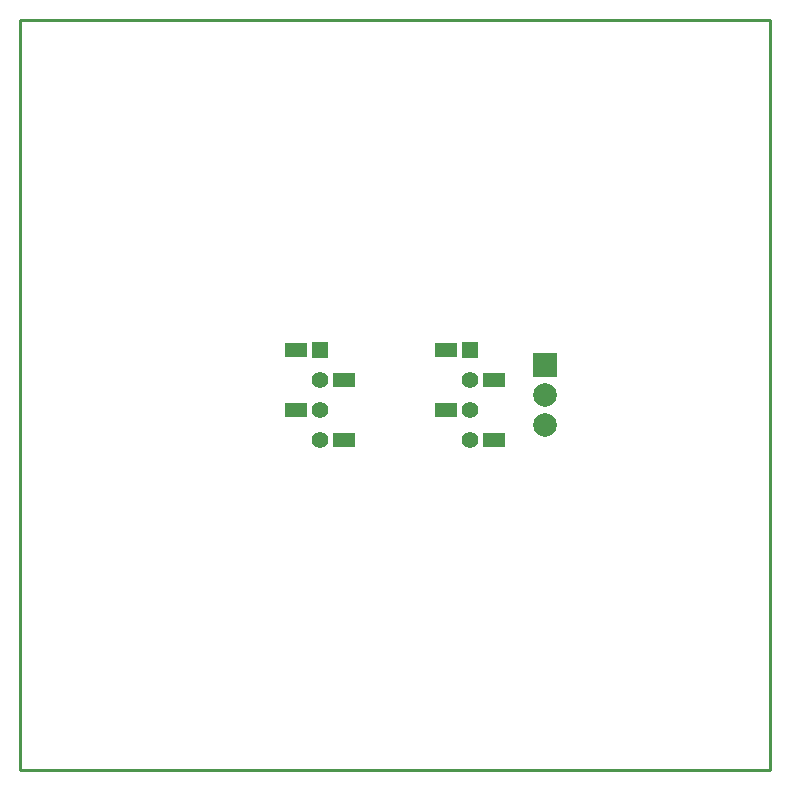
<source format=gbs>
G04 (created by PCBNEW-RS274X (20100406 SVN-R2509)-final) date Tue 04 May 2010 03:45:42 PM PDT*
G01*
G70*
G90*
%MOIN*%
G04 Gerber Fmt 3.4, Leading zero omitted, Abs format*
%FSLAX34Y34*%
G04 APERTURE LIST*
%ADD10C,0.001000*%
%ADD11C,0.009000*%
%ADD12R,0.056000X0.056000*%
%ADD13C,0.056000*%
%ADD14R,0.076000X0.046000*%
%ADD15C,0.079000*%
%ADD16R,0.079000X0.079000*%
G04 APERTURE END LIST*
G54D10*
G54D11*
X71000Y-28500D02*
X46000Y-28500D01*
X71000Y-53500D02*
X71000Y-28500D01*
X46000Y-53500D02*
X71000Y-53500D01*
X46000Y-28500D02*
X46000Y-53500D01*
G54D12*
X61000Y-39500D03*
G54D13*
X61000Y-40500D03*
X61000Y-41500D03*
X61000Y-42500D03*
G54D14*
X60200Y-39500D03*
X61800Y-40500D03*
X60200Y-41500D03*
X61800Y-42500D03*
G54D12*
X56000Y-39500D03*
G54D13*
X56000Y-40500D03*
X56000Y-41500D03*
X56000Y-42500D03*
G54D14*
X55200Y-39500D03*
X56800Y-40500D03*
X55200Y-41500D03*
X56800Y-42500D03*
G54D15*
X63500Y-41000D03*
X63500Y-42000D03*
G54D16*
X63500Y-40000D03*
M02*

</source>
